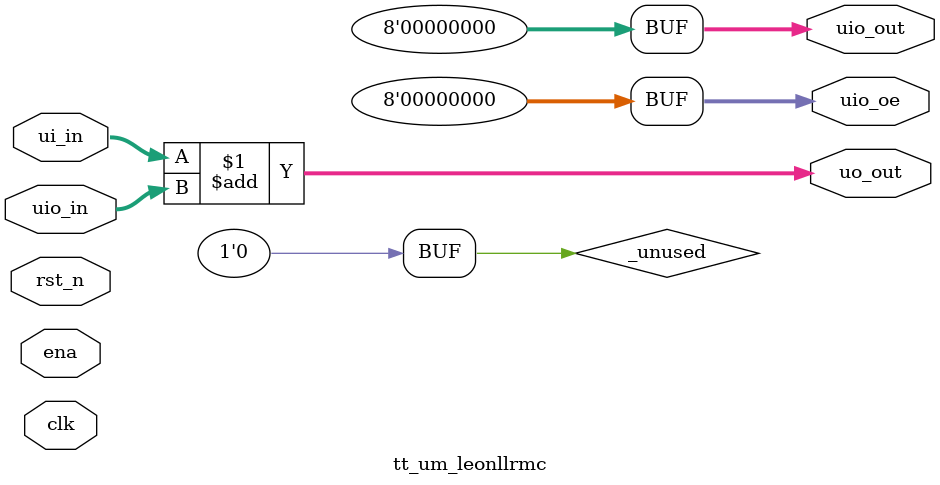
<source format=v>
/*
 * Copyright (c) 2024 Your Name
 * SPDX-License-Identifier: Apache-2.0
 */

`default_nettype none

module tt_um_leonllrmc (
    input  wire [7:0] ui_in,    // Dedicated inputs
    output wire [7:0] uo_out,   // Dedicated outputs
    input  wire [7:0] uio_in,   // IOs: Input path
    output wire [7:0] uio_out,  // IOs: Output path
    output wire [7:0] uio_oe,   // IOs: Enable path (active high: 0=input, 1=output)
    input  wire       ena,      // always 1 when the design is powered, so you can ignore it
    input  wire       clk,      // clock
    input  wire       rst_n     // reset_n - low to reset
);

  // All output pins must be assigned. If not used, assign to 0.
  assign uo_out  = ui_in + uio_in;  // Example: ou_out is the sum of ui_in and uio_in
  assign uio_out = 0;
  assign uio_oe  = 0;

  // List all unused inputs to prevent warnings
  wire _unused = &{ena, clk, rst_n, 1'b0};

endmodule

</source>
